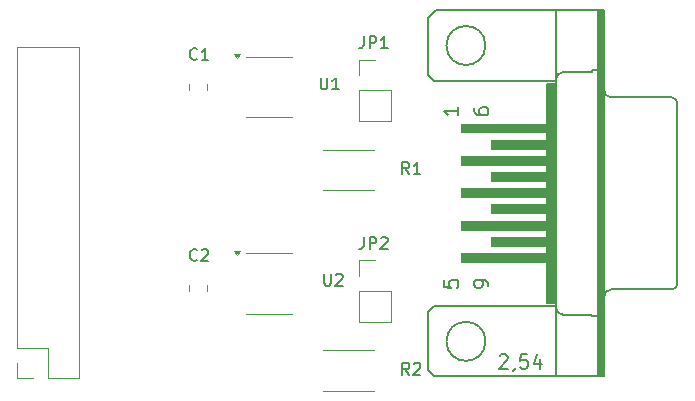
<source format=gto>
G04 #@! TF.GenerationSoftware,KiCad,Pcbnew,8.0.6*
G04 #@! TF.CreationDate,2024-12-29T09:39:42-05:00*
G04 #@! TF.ProjectId,Beagley-ai-2CAN,42656167-6c65-4792-9d61-692d3243414e,rev?*
G04 #@! TF.SameCoordinates,Original*
G04 #@! TF.FileFunction,Legend,Top*
G04 #@! TF.FilePolarity,Positive*
%FSLAX46Y46*%
G04 Gerber Fmt 4.6, Leading zero omitted, Abs format (unit mm)*
G04 Created by KiCad (PCBNEW 8.0.6) date 2024-12-29 09:39:42*
%MOMM*%
%LPD*%
G01*
G04 APERTURE LIST*
%ADD10C,0.150000*%
%ADD11C,0.127000*%
%ADD12C,0.120000*%
%ADD13C,0.152400*%
%ADD14C,0.000000*%
G04 APERTURE END LIST*
D10*
X98533333Y-39159580D02*
X98485714Y-39207200D01*
X98485714Y-39207200D02*
X98342857Y-39254819D01*
X98342857Y-39254819D02*
X98247619Y-39254819D01*
X98247619Y-39254819D02*
X98104762Y-39207200D01*
X98104762Y-39207200D02*
X98009524Y-39111961D01*
X98009524Y-39111961D02*
X97961905Y-39016723D01*
X97961905Y-39016723D02*
X97914286Y-38826247D01*
X97914286Y-38826247D02*
X97914286Y-38683390D01*
X97914286Y-38683390D02*
X97961905Y-38492914D01*
X97961905Y-38492914D02*
X98009524Y-38397676D01*
X98009524Y-38397676D02*
X98104762Y-38302438D01*
X98104762Y-38302438D02*
X98247619Y-38254819D01*
X98247619Y-38254819D02*
X98342857Y-38254819D01*
X98342857Y-38254819D02*
X98485714Y-38302438D01*
X98485714Y-38302438D02*
X98533333Y-38350057D01*
X99485714Y-39254819D02*
X98914286Y-39254819D01*
X99200000Y-39254819D02*
X99200000Y-38254819D01*
X99200000Y-38254819D02*
X99104762Y-38397676D01*
X99104762Y-38397676D02*
X99009524Y-38492914D01*
X99009524Y-38492914D02*
X98914286Y-38540533D01*
X116483333Y-48904819D02*
X116150000Y-48428628D01*
X115911905Y-48904819D02*
X115911905Y-47904819D01*
X115911905Y-47904819D02*
X116292857Y-47904819D01*
X116292857Y-47904819D02*
X116388095Y-47952438D01*
X116388095Y-47952438D02*
X116435714Y-48000057D01*
X116435714Y-48000057D02*
X116483333Y-48095295D01*
X116483333Y-48095295D02*
X116483333Y-48238152D01*
X116483333Y-48238152D02*
X116435714Y-48333390D01*
X116435714Y-48333390D02*
X116388095Y-48381009D01*
X116388095Y-48381009D02*
X116292857Y-48428628D01*
X116292857Y-48428628D02*
X115911905Y-48428628D01*
X117435714Y-48904819D02*
X116864286Y-48904819D01*
X117150000Y-48904819D02*
X117150000Y-47904819D01*
X117150000Y-47904819D02*
X117054762Y-48047676D01*
X117054762Y-48047676D02*
X116959524Y-48142914D01*
X116959524Y-48142914D02*
X116864286Y-48190533D01*
X109288095Y-57354819D02*
X109288095Y-58164342D01*
X109288095Y-58164342D02*
X109335714Y-58259580D01*
X109335714Y-58259580D02*
X109383333Y-58307200D01*
X109383333Y-58307200D02*
X109478571Y-58354819D01*
X109478571Y-58354819D02*
X109669047Y-58354819D01*
X109669047Y-58354819D02*
X109764285Y-58307200D01*
X109764285Y-58307200D02*
X109811904Y-58259580D01*
X109811904Y-58259580D02*
X109859523Y-58164342D01*
X109859523Y-58164342D02*
X109859523Y-57354819D01*
X110288095Y-57450057D02*
X110335714Y-57402438D01*
X110335714Y-57402438D02*
X110430952Y-57354819D01*
X110430952Y-57354819D02*
X110669047Y-57354819D01*
X110669047Y-57354819D02*
X110764285Y-57402438D01*
X110764285Y-57402438D02*
X110811904Y-57450057D01*
X110811904Y-57450057D02*
X110859523Y-57545295D01*
X110859523Y-57545295D02*
X110859523Y-57640533D01*
X110859523Y-57640533D02*
X110811904Y-57783390D01*
X110811904Y-57783390D02*
X110240476Y-58354819D01*
X110240476Y-58354819D02*
X110859523Y-58354819D01*
X112666666Y-54254819D02*
X112666666Y-54969104D01*
X112666666Y-54969104D02*
X112619047Y-55111961D01*
X112619047Y-55111961D02*
X112523809Y-55207200D01*
X112523809Y-55207200D02*
X112380952Y-55254819D01*
X112380952Y-55254819D02*
X112285714Y-55254819D01*
X113142857Y-55254819D02*
X113142857Y-54254819D01*
X113142857Y-54254819D02*
X113523809Y-54254819D01*
X113523809Y-54254819D02*
X113619047Y-54302438D01*
X113619047Y-54302438D02*
X113666666Y-54350057D01*
X113666666Y-54350057D02*
X113714285Y-54445295D01*
X113714285Y-54445295D02*
X113714285Y-54588152D01*
X113714285Y-54588152D02*
X113666666Y-54683390D01*
X113666666Y-54683390D02*
X113619047Y-54731009D01*
X113619047Y-54731009D02*
X113523809Y-54778628D01*
X113523809Y-54778628D02*
X113142857Y-54778628D01*
X114095238Y-54350057D02*
X114142857Y-54302438D01*
X114142857Y-54302438D02*
X114238095Y-54254819D01*
X114238095Y-54254819D02*
X114476190Y-54254819D01*
X114476190Y-54254819D02*
X114571428Y-54302438D01*
X114571428Y-54302438D02*
X114619047Y-54350057D01*
X114619047Y-54350057D02*
X114666666Y-54445295D01*
X114666666Y-54445295D02*
X114666666Y-54540533D01*
X114666666Y-54540533D02*
X114619047Y-54683390D01*
X114619047Y-54683390D02*
X114047619Y-55254819D01*
X114047619Y-55254819D02*
X114666666Y-55254819D01*
X116483333Y-65904819D02*
X116150000Y-65428628D01*
X115911905Y-65904819D02*
X115911905Y-64904819D01*
X115911905Y-64904819D02*
X116292857Y-64904819D01*
X116292857Y-64904819D02*
X116388095Y-64952438D01*
X116388095Y-64952438D02*
X116435714Y-65000057D01*
X116435714Y-65000057D02*
X116483333Y-65095295D01*
X116483333Y-65095295D02*
X116483333Y-65238152D01*
X116483333Y-65238152D02*
X116435714Y-65333390D01*
X116435714Y-65333390D02*
X116388095Y-65381009D01*
X116388095Y-65381009D02*
X116292857Y-65428628D01*
X116292857Y-65428628D02*
X115911905Y-65428628D01*
X116864286Y-65000057D02*
X116911905Y-64952438D01*
X116911905Y-64952438D02*
X117007143Y-64904819D01*
X117007143Y-64904819D02*
X117245238Y-64904819D01*
X117245238Y-64904819D02*
X117340476Y-64952438D01*
X117340476Y-64952438D02*
X117388095Y-65000057D01*
X117388095Y-65000057D02*
X117435714Y-65095295D01*
X117435714Y-65095295D02*
X117435714Y-65190533D01*
X117435714Y-65190533D02*
X117388095Y-65333390D01*
X117388095Y-65333390D02*
X116816667Y-65904819D01*
X116816667Y-65904819D02*
X117435714Y-65904819D01*
D11*
X121985848Y-43358266D02*
X121985848Y-43588076D01*
X121985848Y-43588076D02*
X122043300Y-43702980D01*
X122043300Y-43702980D02*
X122100753Y-43760433D01*
X122100753Y-43760433D02*
X122273110Y-43875338D01*
X122273110Y-43875338D02*
X122502919Y-43932790D01*
X122502919Y-43932790D02*
X122962538Y-43932790D01*
X122962538Y-43932790D02*
X123077443Y-43875338D01*
X123077443Y-43875338D02*
X123134896Y-43817885D01*
X123134896Y-43817885D02*
X123192348Y-43702980D01*
X123192348Y-43702980D02*
X123192348Y-43473171D01*
X123192348Y-43473171D02*
X123134896Y-43358266D01*
X123134896Y-43358266D02*
X123077443Y-43300814D01*
X123077443Y-43300814D02*
X122962538Y-43243361D01*
X122962538Y-43243361D02*
X122675276Y-43243361D01*
X122675276Y-43243361D02*
X122560372Y-43300814D01*
X122560372Y-43300814D02*
X122502919Y-43358266D01*
X122502919Y-43358266D02*
X122445467Y-43473171D01*
X122445467Y-43473171D02*
X122445467Y-43702980D01*
X122445467Y-43702980D02*
X122502919Y-43817885D01*
X122502919Y-43817885D02*
X122560372Y-43875338D01*
X122560372Y-43875338D02*
X122675276Y-43932790D01*
X120652348Y-43243361D02*
X120652348Y-43932790D01*
X120652348Y-43588076D02*
X119445848Y-43588076D01*
X119445848Y-43588076D02*
X119618205Y-43702980D01*
X119618205Y-43702980D02*
X119733110Y-43817885D01*
X119733110Y-43817885D02*
X119790562Y-43932790D01*
X123192348Y-58422885D02*
X123192348Y-58193076D01*
X123192348Y-58193076D02*
X123134896Y-58078171D01*
X123134896Y-58078171D02*
X123077443Y-58020719D01*
X123077443Y-58020719D02*
X122905086Y-57905814D01*
X122905086Y-57905814D02*
X122675276Y-57848361D01*
X122675276Y-57848361D02*
X122215657Y-57848361D01*
X122215657Y-57848361D02*
X122100753Y-57905814D01*
X122100753Y-57905814D02*
X122043300Y-57963266D01*
X122043300Y-57963266D02*
X121985848Y-58078171D01*
X121985848Y-58078171D02*
X121985848Y-58307980D01*
X121985848Y-58307980D02*
X122043300Y-58422885D01*
X122043300Y-58422885D02*
X122100753Y-58480338D01*
X122100753Y-58480338D02*
X122215657Y-58537790D01*
X122215657Y-58537790D02*
X122502919Y-58537790D01*
X122502919Y-58537790D02*
X122617824Y-58480338D01*
X122617824Y-58480338D02*
X122675276Y-58422885D01*
X122675276Y-58422885D02*
X122732729Y-58307980D01*
X122732729Y-58307980D02*
X122732729Y-58078171D01*
X122732729Y-58078171D02*
X122675276Y-57963266D01*
X122675276Y-57963266D02*
X122617824Y-57905814D01*
X122617824Y-57905814D02*
X122502919Y-57848361D01*
X124153361Y-64290148D02*
X124210813Y-64232695D01*
X124210813Y-64232695D02*
X124325718Y-64175243D01*
X124325718Y-64175243D02*
X124612980Y-64175243D01*
X124612980Y-64175243D02*
X124727885Y-64232695D01*
X124727885Y-64232695D02*
X124785337Y-64290148D01*
X124785337Y-64290148D02*
X124842790Y-64405052D01*
X124842790Y-64405052D02*
X124842790Y-64519957D01*
X124842790Y-64519957D02*
X124785337Y-64692314D01*
X124785337Y-64692314D02*
X124095909Y-65381743D01*
X124095909Y-65381743D02*
X124842790Y-65381743D01*
X125417314Y-65324291D02*
X125417314Y-65381743D01*
X125417314Y-65381743D02*
X125359861Y-65496648D01*
X125359861Y-65496648D02*
X125302409Y-65554100D01*
X126508909Y-64175243D02*
X125934385Y-64175243D01*
X125934385Y-64175243D02*
X125876933Y-64749767D01*
X125876933Y-64749767D02*
X125934385Y-64692314D01*
X125934385Y-64692314D02*
X126049290Y-64634862D01*
X126049290Y-64634862D02*
X126336552Y-64634862D01*
X126336552Y-64634862D02*
X126451457Y-64692314D01*
X126451457Y-64692314D02*
X126508909Y-64749767D01*
X126508909Y-64749767D02*
X126566362Y-64864671D01*
X126566362Y-64864671D02*
X126566362Y-65151933D01*
X126566362Y-65151933D02*
X126508909Y-65266838D01*
X126508909Y-65266838D02*
X126451457Y-65324291D01*
X126451457Y-65324291D02*
X126336552Y-65381743D01*
X126336552Y-65381743D02*
X126049290Y-65381743D01*
X126049290Y-65381743D02*
X125934385Y-65324291D01*
X125934385Y-65324291D02*
X125876933Y-65266838D01*
X127600505Y-64577410D02*
X127600505Y-65381743D01*
X127313243Y-64117791D02*
X127025981Y-64979576D01*
X127025981Y-64979576D02*
X127772862Y-64979576D01*
X119445848Y-57905814D02*
X119445848Y-58480338D01*
X119445848Y-58480338D02*
X120020372Y-58537790D01*
X120020372Y-58537790D02*
X119962919Y-58480338D01*
X119962919Y-58480338D02*
X119905467Y-58365433D01*
X119905467Y-58365433D02*
X119905467Y-58078171D01*
X119905467Y-58078171D02*
X119962919Y-57963266D01*
X119962919Y-57963266D02*
X120020372Y-57905814D01*
X120020372Y-57905814D02*
X120135276Y-57848361D01*
X120135276Y-57848361D02*
X120422538Y-57848361D01*
X120422538Y-57848361D02*
X120537443Y-57905814D01*
X120537443Y-57905814D02*
X120594896Y-57963266D01*
X120594896Y-57963266D02*
X120652348Y-58078171D01*
X120652348Y-58078171D02*
X120652348Y-58365433D01*
X120652348Y-58365433D02*
X120594896Y-58480338D01*
X120594896Y-58480338D02*
X120537443Y-58537790D01*
D10*
X108988095Y-40754819D02*
X108988095Y-41564342D01*
X108988095Y-41564342D02*
X109035714Y-41659580D01*
X109035714Y-41659580D02*
X109083333Y-41707200D01*
X109083333Y-41707200D02*
X109178571Y-41754819D01*
X109178571Y-41754819D02*
X109369047Y-41754819D01*
X109369047Y-41754819D02*
X109464285Y-41707200D01*
X109464285Y-41707200D02*
X109511904Y-41659580D01*
X109511904Y-41659580D02*
X109559523Y-41564342D01*
X109559523Y-41564342D02*
X109559523Y-40754819D01*
X110559523Y-41754819D02*
X109988095Y-41754819D01*
X110273809Y-41754819D02*
X110273809Y-40754819D01*
X110273809Y-40754819D02*
X110178571Y-40897676D01*
X110178571Y-40897676D02*
X110083333Y-40992914D01*
X110083333Y-40992914D02*
X109988095Y-41040533D01*
X112666666Y-37254819D02*
X112666666Y-37969104D01*
X112666666Y-37969104D02*
X112619047Y-38111961D01*
X112619047Y-38111961D02*
X112523809Y-38207200D01*
X112523809Y-38207200D02*
X112380952Y-38254819D01*
X112380952Y-38254819D02*
X112285714Y-38254819D01*
X113142857Y-38254819D02*
X113142857Y-37254819D01*
X113142857Y-37254819D02*
X113523809Y-37254819D01*
X113523809Y-37254819D02*
X113619047Y-37302438D01*
X113619047Y-37302438D02*
X113666666Y-37350057D01*
X113666666Y-37350057D02*
X113714285Y-37445295D01*
X113714285Y-37445295D02*
X113714285Y-37588152D01*
X113714285Y-37588152D02*
X113666666Y-37683390D01*
X113666666Y-37683390D02*
X113619047Y-37731009D01*
X113619047Y-37731009D02*
X113523809Y-37778628D01*
X113523809Y-37778628D02*
X113142857Y-37778628D01*
X114666666Y-38254819D02*
X114095238Y-38254819D01*
X114380952Y-38254819D02*
X114380952Y-37254819D01*
X114380952Y-37254819D02*
X114285714Y-37397676D01*
X114285714Y-37397676D02*
X114190476Y-37492914D01*
X114190476Y-37492914D02*
X114095238Y-37540533D01*
X98533333Y-56159580D02*
X98485714Y-56207200D01*
X98485714Y-56207200D02*
X98342857Y-56254819D01*
X98342857Y-56254819D02*
X98247619Y-56254819D01*
X98247619Y-56254819D02*
X98104762Y-56207200D01*
X98104762Y-56207200D02*
X98009524Y-56111961D01*
X98009524Y-56111961D02*
X97961905Y-56016723D01*
X97961905Y-56016723D02*
X97914286Y-55826247D01*
X97914286Y-55826247D02*
X97914286Y-55683390D01*
X97914286Y-55683390D02*
X97961905Y-55492914D01*
X97961905Y-55492914D02*
X98009524Y-55397676D01*
X98009524Y-55397676D02*
X98104762Y-55302438D01*
X98104762Y-55302438D02*
X98247619Y-55254819D01*
X98247619Y-55254819D02*
X98342857Y-55254819D01*
X98342857Y-55254819D02*
X98485714Y-55302438D01*
X98485714Y-55302438D02*
X98533333Y-55350057D01*
X98914286Y-55350057D02*
X98961905Y-55302438D01*
X98961905Y-55302438D02*
X99057143Y-55254819D01*
X99057143Y-55254819D02*
X99295238Y-55254819D01*
X99295238Y-55254819D02*
X99390476Y-55302438D01*
X99390476Y-55302438D02*
X99438095Y-55350057D01*
X99438095Y-55350057D02*
X99485714Y-55445295D01*
X99485714Y-55445295D02*
X99485714Y-55540533D01*
X99485714Y-55540533D02*
X99438095Y-55683390D01*
X99438095Y-55683390D02*
X98866667Y-56254819D01*
X98866667Y-56254819D02*
X99485714Y-56254819D01*
D12*
X97865000Y-41811252D02*
X97865000Y-41288748D01*
X99335000Y-41811252D02*
X99335000Y-41288748D01*
X113527064Y-46840000D02*
X109172936Y-46840000D01*
X113527064Y-50260000D02*
X109172936Y-50260000D01*
X83310000Y-38140000D02*
X88510000Y-38140000D01*
X83310000Y-63600000D02*
X83310000Y-38140000D01*
X83310000Y-63600000D02*
X85910000Y-63600000D01*
X83310000Y-64870000D02*
X83310000Y-66200000D01*
X83310000Y-66200000D02*
X84640000Y-66200000D01*
X85910000Y-63600000D02*
X85910000Y-66200000D01*
X85910000Y-66200000D02*
X88510000Y-66200000D01*
X88510000Y-66200000D02*
X88510000Y-38140000D01*
X104600000Y-55640000D02*
X102650000Y-55640000D01*
X104600000Y-55640000D02*
X106550000Y-55640000D01*
X104600000Y-60760000D02*
X102650000Y-60760000D01*
X104600000Y-60760000D02*
X106550000Y-60760000D01*
X101900000Y-55735000D02*
X101660000Y-55405000D01*
X102140000Y-55405000D01*
X101900000Y-55735000D01*
G36*
X101900000Y-55735000D02*
G01*
X101660000Y-55405000D01*
X102140000Y-55405000D01*
X101900000Y-55735000D01*
G37*
X112270000Y-56220000D02*
X113600000Y-56220000D01*
X112270000Y-57550000D02*
X112270000Y-56220000D01*
X112270000Y-58820000D02*
X112270000Y-61420000D01*
X112270000Y-58820000D02*
X114930000Y-58820000D01*
X112270000Y-61420000D02*
X114930000Y-61420000D01*
X114930000Y-58820000D02*
X114930000Y-61420000D01*
X113527064Y-63840000D02*
X109172936Y-63840000D01*
X113527064Y-67260000D02*
X109172936Y-67260000D01*
D13*
X118125000Y-35691000D02*
X118760000Y-35056000D01*
X118125000Y-40517000D02*
X118125000Y-35691000D01*
X118125000Y-40517000D02*
X118633000Y-41025000D01*
X118125000Y-60583000D02*
X118125000Y-65536000D01*
X118125000Y-65536000D02*
X118633000Y-66044000D01*
X118633000Y-41025000D02*
X128920000Y-41025000D01*
X118633000Y-60075000D02*
X118125000Y-60583000D01*
X118633000Y-60075000D02*
X128920000Y-60075000D01*
X118633000Y-66044000D02*
X128793000Y-66044000D01*
X118760000Y-35056000D02*
X128793000Y-35056000D01*
X128158000Y-41279000D02*
X128158000Y-59821000D01*
X128920000Y-35056000D02*
X128793000Y-35056000D01*
X128920000Y-35056000D02*
X128920000Y-40136000D01*
X128920000Y-35056000D02*
X131968000Y-35056000D01*
X128920000Y-40136000D02*
X128920000Y-41025000D01*
X128920000Y-41025000D02*
X128920000Y-41279000D01*
X128920000Y-41279000D02*
X128158000Y-41279000D01*
X128920000Y-41279000D02*
X128920000Y-59821000D01*
X128920000Y-59821000D02*
X128158000Y-59821000D01*
X128920000Y-59821000D02*
X128920000Y-60075000D01*
X128920000Y-60075000D02*
X128920000Y-60964000D01*
X128920000Y-60964000D02*
X128920000Y-66044000D01*
X128920000Y-66044000D02*
X128793000Y-66044000D01*
X129555000Y-40263000D02*
X131968000Y-40263000D01*
X129555000Y-60837000D02*
X131968000Y-60837000D01*
X131968000Y-35056000D02*
X132476000Y-35056000D01*
X131968000Y-40136000D02*
X131968000Y-40263000D01*
X131968000Y-40136000D02*
X132476000Y-40136000D01*
X131968000Y-60837000D02*
X131968000Y-60964000D01*
X131968000Y-60964000D02*
X132476000Y-60964000D01*
X131968000Y-66044000D02*
X128920000Y-66044000D01*
X132476000Y-35056000D02*
X132476000Y-37596000D01*
X132476000Y-35056000D02*
X132984000Y-35056000D01*
X132476000Y-37596000D02*
X132476000Y-40136000D01*
X132476000Y-40136000D02*
X132476000Y-60964000D01*
X132476000Y-60964000D02*
X132476000Y-63504000D01*
X132476000Y-63504000D02*
X132476000Y-66044000D01*
X132476000Y-66044000D02*
X131968000Y-66044000D01*
X132984000Y-35056000D02*
X132984000Y-42803000D01*
X132984000Y-42803000D02*
X132984000Y-58297000D01*
X132984000Y-58297000D02*
X132984000Y-66044000D01*
X132984000Y-66044000D02*
X132476000Y-66044000D01*
X133619000Y-42422000D02*
X138699000Y-42422000D01*
X133619000Y-58678000D02*
X138699000Y-58678000D01*
X139207000Y-42930000D02*
X139207000Y-43184000D01*
X139207000Y-43184000D02*
X139207000Y-57916000D01*
X139207000Y-57916000D02*
X139207000Y-58170000D01*
X128920000Y-40898000D02*
G75*
G02*
X129555000Y-40263000I634999J1D01*
G01*
X129555000Y-60837000D02*
G75*
G02*
X128920000Y-60202000I0J635000D01*
G01*
X132984000Y-59313000D02*
G75*
G02*
X133619000Y-58678000I635000J0D01*
G01*
X133619000Y-42422000D02*
G75*
G02*
X132984000Y-41787000I-1J634999D01*
G01*
X138699000Y-42422000D02*
G75*
G02*
X139207000Y-42930000I-1J-508001D01*
G01*
X139207000Y-58170000D02*
G75*
G02*
X138699000Y-58678000I-508000J0D01*
G01*
X122951000Y-38027800D02*
G75*
G02*
X119649000Y-38027800I-1651000J0D01*
G01*
X119649000Y-38027800D02*
G75*
G02*
X122951000Y-38027800I1651000J0D01*
G01*
X122951000Y-63072200D02*
G75*
G02*
X119649000Y-63072200I-1651000J0D01*
G01*
X119649000Y-63072200D02*
G75*
G02*
X122951000Y-63072200I1651000J0D01*
G01*
D14*
G36*
X128158000Y-45470000D02*
G01*
X120919000Y-45470000D01*
X120919000Y-44657200D01*
X128158000Y-44657200D01*
X128158000Y-45470000D01*
G37*
G36*
X128158000Y-48213200D02*
G01*
X120919000Y-48213200D01*
X120919000Y-47400400D01*
X128158000Y-47400400D01*
X128158000Y-48213200D01*
G37*
G36*
X128158000Y-50931000D02*
G01*
X120919000Y-50931000D01*
X120919000Y-50118200D01*
X128158000Y-50118200D01*
X128158000Y-50931000D01*
G37*
G36*
X128158000Y-53699600D02*
G01*
X120919000Y-53699600D01*
X120919000Y-52886800D01*
X128158000Y-52886800D01*
X128158000Y-53699600D01*
G37*
G36*
X128158000Y-56442800D02*
G01*
X120919000Y-56442800D01*
X120919000Y-55630000D01*
X128158000Y-55630000D01*
X128158000Y-56442800D01*
G37*
G36*
X128158000Y-46841600D02*
G01*
X123459000Y-46841600D01*
X123459000Y-46028800D01*
X128158000Y-46028800D01*
X128158000Y-46841600D01*
G37*
G36*
X128158000Y-49584800D02*
G01*
X123459000Y-49584800D01*
X123459000Y-48772000D01*
X128158000Y-48772000D01*
X128158000Y-49584800D01*
G37*
G36*
X128158000Y-52302600D02*
G01*
X123459000Y-52302600D01*
X123459000Y-51489800D01*
X128158000Y-51489800D01*
X128158000Y-52302600D01*
G37*
G36*
X128158000Y-55071200D02*
G01*
X123459000Y-55071200D01*
X123459000Y-54258400D01*
X128158000Y-54258400D01*
X128158000Y-55071200D01*
G37*
G36*
X128920000Y-59821000D02*
G01*
X128158000Y-59821000D01*
X128158000Y-41279000D01*
X128920000Y-41279000D01*
X128920000Y-59821000D01*
G37*
G36*
X132984000Y-66044000D02*
G01*
X132476000Y-66044000D01*
X132476000Y-35056000D01*
X132984000Y-35056000D01*
X132984000Y-66044000D01*
G37*
D12*
X104600000Y-38990000D02*
X102650000Y-38990000D01*
X104600000Y-38990000D02*
X106550000Y-38990000D01*
X104600000Y-44110000D02*
X102650000Y-44110000D01*
X104600000Y-44110000D02*
X106550000Y-44110000D01*
X101900000Y-39085000D02*
X101660000Y-38755000D01*
X102140000Y-38755000D01*
X101900000Y-39085000D01*
G36*
X101900000Y-39085000D02*
G01*
X101660000Y-38755000D01*
X102140000Y-38755000D01*
X101900000Y-39085000D01*
G37*
X112270000Y-39220000D02*
X113600000Y-39220000D01*
X112270000Y-40550000D02*
X112270000Y-39220000D01*
X112270000Y-41820000D02*
X112270000Y-44420000D01*
X112270000Y-41820000D02*
X114930000Y-41820000D01*
X112270000Y-44420000D02*
X114930000Y-44420000D01*
X114930000Y-41820000D02*
X114930000Y-44420000D01*
X97865000Y-58811252D02*
X97865000Y-58288748D01*
X99335000Y-58811252D02*
X99335000Y-58288748D01*
M02*

</source>
